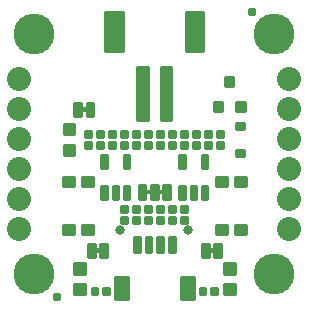
<source format=gts>
G04 EAGLE Gerber RS-274X export*
G75*
%MOMM*%
%FSLAX34Y34*%
%LPD*%
%INSoldermask Top*%
%IPPOS*%
%AMOC8*
5,1,8,0,0,1.08239X$1,22.5*%
G01*
%ADD10C,3.454400*%
%ADD11C,0.802400*%
%ADD12C,2.032000*%
%ADD13C,0.253525*%
%ADD14C,0.245334*%
%ADD15C,0.243431*%
%ADD16C,0.255816*%
%ADD17C,0.252862*%
%ADD18C,0.449434*%
%ADD19C,0.251966*%
%ADD20C,0.257147*%
%ADD21C,0.250366*%
%ADD22C,0.252575*%
%ADD23C,0.787400*%

G36*
X69280Y163207D02*
X69280Y163207D01*
X69346Y163209D01*
X69389Y163227D01*
X69436Y163235D01*
X69493Y163269D01*
X69553Y163294D01*
X69588Y163325D01*
X69629Y163350D01*
X69671Y163401D01*
X69719Y163445D01*
X69741Y163487D01*
X69770Y163524D01*
X69791Y163586D01*
X69822Y163645D01*
X69830Y163699D01*
X69842Y163736D01*
X69841Y163776D01*
X69849Y163830D01*
X69849Y166370D01*
X69838Y166435D01*
X69836Y166501D01*
X69818Y166544D01*
X69810Y166591D01*
X69776Y166648D01*
X69751Y166708D01*
X69720Y166743D01*
X69695Y166784D01*
X69644Y166826D01*
X69600Y166874D01*
X69558Y166896D01*
X69521Y166925D01*
X69459Y166946D01*
X69400Y166977D01*
X69346Y166985D01*
X69309Y166997D01*
X69269Y166996D01*
X69215Y167004D01*
X65405Y167004D01*
X65340Y166993D01*
X65274Y166991D01*
X65231Y166973D01*
X65184Y166965D01*
X65127Y166931D01*
X65067Y166906D01*
X65032Y166875D01*
X64991Y166850D01*
X64950Y166799D01*
X64901Y166755D01*
X64879Y166713D01*
X64850Y166676D01*
X64829Y166614D01*
X64798Y166555D01*
X64790Y166501D01*
X64778Y166464D01*
X64778Y166461D01*
X64779Y166424D01*
X64771Y166370D01*
X64771Y163830D01*
X64782Y163765D01*
X64784Y163699D01*
X64802Y163656D01*
X64810Y163609D01*
X64844Y163552D01*
X64869Y163492D01*
X64900Y163457D01*
X64925Y163416D01*
X64976Y163375D01*
X65020Y163326D01*
X65062Y163304D01*
X65099Y163275D01*
X65161Y163254D01*
X65220Y163223D01*
X65274Y163215D01*
X65311Y163203D01*
X65351Y163204D01*
X65405Y163196D01*
X69215Y163196D01*
X69280Y163207D01*
G37*
G36*
X134050Y93357D02*
X134050Y93357D01*
X134116Y93359D01*
X134159Y93377D01*
X134206Y93385D01*
X134263Y93419D01*
X134323Y93444D01*
X134358Y93475D01*
X134399Y93500D01*
X134441Y93551D01*
X134489Y93595D01*
X134511Y93637D01*
X134540Y93674D01*
X134561Y93736D01*
X134592Y93795D01*
X134600Y93849D01*
X134612Y93886D01*
X134611Y93926D01*
X134619Y93980D01*
X134619Y96520D01*
X134608Y96585D01*
X134606Y96651D01*
X134588Y96694D01*
X134580Y96741D01*
X134546Y96798D01*
X134521Y96858D01*
X134490Y96893D01*
X134465Y96934D01*
X134414Y96976D01*
X134370Y97024D01*
X134328Y97046D01*
X134291Y97075D01*
X134229Y97096D01*
X134170Y97127D01*
X134116Y97135D01*
X134079Y97147D01*
X134039Y97146D01*
X133985Y97154D01*
X130175Y97154D01*
X130110Y97143D01*
X130044Y97141D01*
X130001Y97123D01*
X129954Y97115D01*
X129897Y97081D01*
X129837Y97056D01*
X129802Y97025D01*
X129761Y97000D01*
X129720Y96949D01*
X129671Y96905D01*
X129649Y96863D01*
X129620Y96826D01*
X129599Y96764D01*
X129568Y96705D01*
X129560Y96651D01*
X129548Y96614D01*
X129548Y96611D01*
X129549Y96574D01*
X129541Y96520D01*
X129541Y93980D01*
X129552Y93915D01*
X129554Y93849D01*
X129572Y93806D01*
X129580Y93759D01*
X129614Y93702D01*
X129639Y93642D01*
X129670Y93607D01*
X129695Y93566D01*
X129746Y93525D01*
X129790Y93476D01*
X129832Y93454D01*
X129869Y93425D01*
X129931Y93404D01*
X129990Y93373D01*
X130044Y93365D01*
X130081Y93353D01*
X130121Y93354D01*
X130175Y93346D01*
X133985Y93346D01*
X134050Y93357D01*
G37*
G36*
X123890Y93357D02*
X123890Y93357D01*
X123956Y93359D01*
X123999Y93377D01*
X124046Y93385D01*
X124103Y93419D01*
X124163Y93444D01*
X124198Y93475D01*
X124239Y93500D01*
X124281Y93551D01*
X124329Y93595D01*
X124351Y93637D01*
X124380Y93674D01*
X124401Y93736D01*
X124432Y93795D01*
X124440Y93849D01*
X124452Y93886D01*
X124451Y93926D01*
X124459Y93980D01*
X124459Y96520D01*
X124448Y96585D01*
X124446Y96651D01*
X124428Y96694D01*
X124420Y96741D01*
X124386Y96798D01*
X124361Y96858D01*
X124330Y96893D01*
X124305Y96934D01*
X124254Y96976D01*
X124210Y97024D01*
X124168Y97046D01*
X124131Y97075D01*
X124069Y97096D01*
X124010Y97127D01*
X123956Y97135D01*
X123919Y97147D01*
X123879Y97146D01*
X123825Y97154D01*
X120015Y97154D01*
X119950Y97143D01*
X119884Y97141D01*
X119841Y97123D01*
X119794Y97115D01*
X119737Y97081D01*
X119677Y97056D01*
X119642Y97025D01*
X119601Y97000D01*
X119560Y96949D01*
X119511Y96905D01*
X119489Y96863D01*
X119460Y96826D01*
X119439Y96764D01*
X119408Y96705D01*
X119400Y96651D01*
X119388Y96614D01*
X119388Y96611D01*
X119389Y96574D01*
X119381Y96520D01*
X119381Y93980D01*
X119392Y93915D01*
X119394Y93849D01*
X119412Y93806D01*
X119420Y93759D01*
X119454Y93702D01*
X119479Y93642D01*
X119510Y93607D01*
X119535Y93566D01*
X119586Y93525D01*
X119630Y93476D01*
X119672Y93454D01*
X119709Y93425D01*
X119771Y93404D01*
X119830Y93373D01*
X119884Y93365D01*
X119921Y93353D01*
X119961Y93354D01*
X120015Y93346D01*
X123825Y93346D01*
X123890Y93357D01*
G37*
G36*
X80710Y43827D02*
X80710Y43827D01*
X80776Y43829D01*
X80819Y43847D01*
X80866Y43855D01*
X80923Y43889D01*
X80983Y43914D01*
X81018Y43945D01*
X81059Y43970D01*
X81101Y44021D01*
X81149Y44065D01*
X81171Y44107D01*
X81200Y44144D01*
X81221Y44206D01*
X81252Y44265D01*
X81260Y44319D01*
X81272Y44356D01*
X81271Y44396D01*
X81279Y44450D01*
X81279Y46990D01*
X81268Y47055D01*
X81266Y47121D01*
X81248Y47164D01*
X81240Y47211D01*
X81206Y47268D01*
X81181Y47328D01*
X81150Y47363D01*
X81125Y47404D01*
X81074Y47446D01*
X81030Y47494D01*
X80988Y47516D01*
X80951Y47545D01*
X80889Y47566D01*
X80830Y47597D01*
X80776Y47605D01*
X80739Y47617D01*
X80699Y47616D01*
X80645Y47624D01*
X76835Y47624D01*
X76770Y47613D01*
X76704Y47611D01*
X76661Y47593D01*
X76614Y47585D01*
X76557Y47551D01*
X76497Y47526D01*
X76462Y47495D01*
X76421Y47470D01*
X76380Y47419D01*
X76331Y47375D01*
X76309Y47333D01*
X76280Y47296D01*
X76259Y47234D01*
X76228Y47175D01*
X76220Y47121D01*
X76208Y47084D01*
X76208Y47081D01*
X76209Y47044D01*
X76201Y46990D01*
X76201Y44450D01*
X76212Y44385D01*
X76214Y44319D01*
X76232Y44276D01*
X76240Y44229D01*
X76274Y44172D01*
X76299Y44112D01*
X76330Y44077D01*
X76355Y44036D01*
X76406Y43995D01*
X76450Y43946D01*
X76492Y43924D01*
X76529Y43895D01*
X76591Y43874D01*
X76650Y43843D01*
X76704Y43835D01*
X76741Y43823D01*
X76781Y43824D01*
X76835Y43816D01*
X80645Y43816D01*
X80710Y43827D01*
G37*
G36*
X177230Y43827D02*
X177230Y43827D01*
X177296Y43829D01*
X177339Y43847D01*
X177386Y43855D01*
X177443Y43889D01*
X177503Y43914D01*
X177538Y43945D01*
X177579Y43970D01*
X177621Y44021D01*
X177669Y44065D01*
X177691Y44107D01*
X177720Y44144D01*
X177741Y44206D01*
X177772Y44265D01*
X177780Y44319D01*
X177792Y44356D01*
X177791Y44396D01*
X177799Y44450D01*
X177799Y46990D01*
X177788Y47055D01*
X177786Y47121D01*
X177768Y47164D01*
X177760Y47211D01*
X177726Y47268D01*
X177701Y47328D01*
X177670Y47363D01*
X177645Y47404D01*
X177594Y47446D01*
X177550Y47494D01*
X177508Y47516D01*
X177471Y47545D01*
X177409Y47566D01*
X177350Y47597D01*
X177296Y47605D01*
X177259Y47617D01*
X177219Y47616D01*
X177165Y47624D01*
X173355Y47624D01*
X173290Y47613D01*
X173224Y47611D01*
X173181Y47593D01*
X173134Y47585D01*
X173077Y47551D01*
X173017Y47526D01*
X172982Y47495D01*
X172941Y47470D01*
X172900Y47419D01*
X172851Y47375D01*
X172829Y47333D01*
X172800Y47296D01*
X172779Y47234D01*
X172748Y47175D01*
X172740Y47121D01*
X172728Y47084D01*
X172728Y47081D01*
X172729Y47044D01*
X172721Y46990D01*
X172721Y44450D01*
X172732Y44385D01*
X172734Y44319D01*
X172752Y44276D01*
X172760Y44229D01*
X172794Y44172D01*
X172819Y44112D01*
X172850Y44077D01*
X172875Y44036D01*
X172926Y43995D01*
X172970Y43946D01*
X173012Y43924D01*
X173049Y43895D01*
X173111Y43874D01*
X173170Y43843D01*
X173224Y43835D01*
X173261Y43823D01*
X173301Y43824D01*
X173355Y43816D01*
X177165Y43816D01*
X177230Y43827D01*
G37*
D10*
X228600Y25400D03*
X25400Y25400D03*
X25400Y228600D03*
X228600Y228600D03*
D11*
X155900Y63020D03*
X98100Y63020D03*
D12*
X241300Y190500D03*
X241300Y165100D03*
X241300Y139700D03*
X241300Y114300D03*
X241300Y88900D03*
X241300Y63500D03*
X12700Y190500D03*
X12700Y165100D03*
X12700Y139700D03*
X12700Y114300D03*
X12700Y88900D03*
X12700Y63500D03*
D13*
X112505Y156405D02*
X121495Y156405D01*
X112505Y156405D02*
X112505Y201395D01*
X121495Y201395D01*
X121495Y156405D01*
X121495Y158813D02*
X112505Y158813D01*
X112505Y161221D02*
X121495Y161221D01*
X121495Y163629D02*
X112505Y163629D01*
X112505Y166037D02*
X121495Y166037D01*
X121495Y168445D02*
X112505Y168445D01*
X112505Y170853D02*
X121495Y170853D01*
X121495Y173261D02*
X112505Y173261D01*
X112505Y175669D02*
X121495Y175669D01*
X121495Y178077D02*
X112505Y178077D01*
X112505Y180485D02*
X121495Y180485D01*
X121495Y182893D02*
X112505Y182893D01*
X112505Y185301D02*
X121495Y185301D01*
X121495Y187709D02*
X112505Y187709D01*
X112505Y190117D02*
X121495Y190117D01*
X121495Y192525D02*
X112505Y192525D01*
X112505Y194933D02*
X121495Y194933D01*
X121495Y197341D02*
X112505Y197341D01*
X112505Y199749D02*
X121495Y199749D01*
X132505Y156405D02*
X141495Y156405D01*
X132505Y156405D02*
X132505Y201395D01*
X141495Y201395D01*
X141495Y156405D01*
X141495Y158813D02*
X132505Y158813D01*
X132505Y161221D02*
X141495Y161221D01*
X141495Y163629D02*
X132505Y163629D01*
X132505Y166037D02*
X141495Y166037D01*
X141495Y168445D02*
X132505Y168445D01*
X132505Y170853D02*
X141495Y170853D01*
X141495Y173261D02*
X132505Y173261D01*
X132505Y175669D02*
X141495Y175669D01*
X141495Y178077D02*
X132505Y178077D01*
X132505Y180485D02*
X141495Y180485D01*
X141495Y182893D02*
X132505Y182893D01*
X132505Y185301D02*
X141495Y185301D01*
X141495Y187709D02*
X132505Y187709D01*
X132505Y190117D02*
X141495Y190117D01*
X141495Y192525D02*
X132505Y192525D01*
X132505Y194933D02*
X141495Y194933D01*
X141495Y197341D02*
X132505Y197341D01*
X132505Y199749D02*
X141495Y199749D01*
D14*
X100536Y214364D02*
X100536Y247436D01*
X100536Y214364D02*
X85464Y214364D01*
X85464Y247436D01*
X100536Y247436D01*
X100536Y216694D02*
X85464Y216694D01*
X85464Y219024D02*
X100536Y219024D01*
X100536Y221354D02*
X85464Y221354D01*
X85464Y223684D02*
X100536Y223684D01*
X100536Y226014D02*
X85464Y226014D01*
X85464Y228344D02*
X100536Y228344D01*
X100536Y230674D02*
X85464Y230674D01*
X85464Y233004D02*
X100536Y233004D01*
X100536Y235334D02*
X85464Y235334D01*
X85464Y237664D02*
X100536Y237664D01*
X100536Y239994D02*
X85464Y239994D01*
X85464Y242324D02*
X100536Y242324D01*
X100536Y244654D02*
X85464Y244654D01*
X85464Y246984D02*
X100536Y246984D01*
X168536Y247436D02*
X168536Y214364D01*
X153464Y214364D01*
X153464Y247436D01*
X168536Y247436D01*
X168536Y216694D02*
X153464Y216694D01*
X153464Y219024D02*
X168536Y219024D01*
X168536Y221354D02*
X153464Y221354D01*
X153464Y223684D02*
X168536Y223684D01*
X168536Y226014D02*
X153464Y226014D01*
X153464Y228344D02*
X168536Y228344D01*
X168536Y230674D02*
X153464Y230674D01*
X153464Y233004D02*
X168536Y233004D01*
X168536Y235334D02*
X153464Y235334D01*
X153464Y237664D02*
X168536Y237664D01*
X168536Y239994D02*
X153464Y239994D01*
X153464Y242324D02*
X168536Y242324D01*
X168536Y244654D02*
X153464Y244654D01*
X153464Y246984D02*
X168536Y246984D01*
D15*
X104545Y4505D02*
X93455Y4505D01*
X93455Y23595D01*
X104545Y23595D01*
X104545Y4505D01*
X104545Y6817D02*
X93455Y6817D01*
X93455Y9129D02*
X104545Y9129D01*
X104545Y11441D02*
X93455Y11441D01*
X93455Y13753D02*
X104545Y13753D01*
X104545Y16065D02*
X93455Y16065D01*
X93455Y18377D02*
X104545Y18377D01*
X104545Y20689D02*
X93455Y20689D01*
X93455Y23001D02*
X104545Y23001D01*
X149455Y4505D02*
X160545Y4505D01*
X149455Y4505D02*
X149455Y23595D01*
X160545Y23595D01*
X160545Y4505D01*
X160545Y6817D02*
X149455Y6817D01*
X149455Y9129D02*
X160545Y9129D01*
X160545Y11441D02*
X149455Y11441D01*
X149455Y13753D02*
X160545Y13753D01*
X160545Y16065D02*
X149455Y16065D01*
X149455Y18377D02*
X160545Y18377D01*
X160545Y20689D02*
X149455Y20689D01*
X149455Y23001D02*
X160545Y23001D01*
D16*
X114483Y44567D02*
X109517Y44567D01*
X109517Y57033D01*
X114483Y57033D01*
X114483Y44567D01*
X114483Y46997D02*
X109517Y46997D01*
X109517Y49427D02*
X114483Y49427D01*
X114483Y51857D02*
X109517Y51857D01*
X109517Y54287D02*
X114483Y54287D01*
X114483Y56717D02*
X109517Y56717D01*
X119517Y44567D02*
X124483Y44567D01*
X119517Y44567D02*
X119517Y57033D01*
X124483Y57033D01*
X124483Y44567D01*
X124483Y46997D02*
X119517Y46997D01*
X119517Y49427D02*
X124483Y49427D01*
X124483Y51857D02*
X119517Y51857D01*
X119517Y54287D02*
X124483Y54287D01*
X124483Y56717D02*
X119517Y56717D01*
X129517Y44567D02*
X134483Y44567D01*
X129517Y44567D02*
X129517Y57033D01*
X134483Y57033D01*
X134483Y44567D01*
X134483Y46997D02*
X129517Y46997D01*
X129517Y49427D02*
X134483Y49427D01*
X134483Y51857D02*
X129517Y51857D01*
X129517Y54287D02*
X134483Y54287D01*
X134483Y56717D02*
X129517Y56717D01*
X139517Y44567D02*
X144483Y44567D01*
X139517Y44567D02*
X139517Y57033D01*
X144483Y57033D01*
X144483Y44567D01*
X144483Y46997D02*
X139517Y46997D01*
X139517Y49427D02*
X144483Y49427D01*
X144483Y51857D02*
X139517Y51857D01*
X139517Y54287D02*
X144483Y54287D01*
X144483Y56717D02*
X139517Y56717D01*
D17*
X148272Y89451D02*
X152768Y89451D01*
X148272Y89451D02*
X148272Y100447D01*
X152768Y100447D01*
X152768Y89451D01*
X152768Y91854D02*
X148272Y91854D01*
X148272Y94257D02*
X152768Y94257D01*
X152768Y96660D02*
X148272Y96660D01*
X148272Y99063D02*
X152768Y99063D01*
X157772Y89451D02*
X162268Y89451D01*
X157772Y89451D02*
X157772Y100447D01*
X162268Y100447D01*
X162268Y89451D01*
X162268Y91854D02*
X157772Y91854D01*
X157772Y94257D02*
X162268Y94257D01*
X162268Y96660D02*
X157772Y96660D01*
X157772Y99063D02*
X162268Y99063D01*
X167272Y89451D02*
X171768Y89451D01*
X167272Y89451D02*
X167272Y100447D01*
X171768Y100447D01*
X171768Y89451D01*
X171768Y91854D02*
X167272Y91854D01*
X167272Y94257D02*
X171768Y94257D01*
X171768Y96660D02*
X167272Y96660D01*
X167272Y99063D02*
X171768Y99063D01*
X171768Y115453D02*
X167272Y115453D01*
X167272Y126449D01*
X171768Y126449D01*
X171768Y115453D01*
X171768Y117856D02*
X167272Y117856D01*
X167272Y120259D02*
X171768Y120259D01*
X171768Y122662D02*
X167272Y122662D01*
X167272Y125065D02*
X171768Y125065D01*
X152768Y115453D02*
X148272Y115453D01*
X148272Y126449D01*
X152768Y126449D01*
X152768Y115453D01*
X152768Y117856D02*
X148272Y117856D01*
X148272Y120259D02*
X152768Y120259D01*
X152768Y122662D02*
X148272Y122662D01*
X148272Y125065D02*
X152768Y125065D01*
D18*
X186985Y16335D02*
X194015Y16335D01*
X194015Y9305D01*
X186985Y9305D01*
X186985Y16335D01*
X186985Y13574D02*
X194015Y13574D01*
X194015Y33875D02*
X186985Y33875D01*
X194015Y33875D02*
X194015Y26845D01*
X186985Y26845D01*
X186985Y33875D01*
X186985Y31114D02*
X194015Y31114D01*
X67015Y16335D02*
X59985Y16335D01*
X67015Y16335D02*
X67015Y9305D01*
X59985Y9305D01*
X59985Y16335D01*
X59985Y13574D02*
X67015Y13574D01*
X67015Y33875D02*
X59985Y33875D01*
X67015Y33875D02*
X67015Y26845D01*
X59985Y26845D01*
X59985Y33875D01*
X59985Y31114D02*
X67015Y31114D01*
D16*
X165237Y8947D02*
X170203Y8947D01*
X165237Y8947D02*
X165237Y13913D01*
X170203Y13913D01*
X170203Y8947D01*
X170203Y11377D02*
X165237Y11377D01*
X165237Y13807D02*
X170203Y13807D01*
X175237Y8947D02*
X180203Y8947D01*
X175237Y8947D02*
X175237Y13913D01*
X180203Y13913D01*
X180203Y8947D01*
X180203Y11377D02*
X175237Y11377D01*
X175237Y13807D02*
X180203Y13807D01*
X88763Y13913D02*
X83797Y13913D01*
X88763Y13913D02*
X88763Y8947D01*
X83797Y8947D01*
X83797Y13913D01*
X83797Y11377D02*
X88763Y11377D01*
X88763Y13807D02*
X83797Y13807D01*
X78763Y13913D02*
X73797Y13913D01*
X78763Y13913D02*
X78763Y8947D01*
X73797Y8947D01*
X73797Y13913D01*
X73797Y11377D02*
X78763Y11377D01*
X78763Y13807D02*
X73797Y13807D01*
D19*
X177663Y51572D02*
X183271Y51572D01*
X183271Y39868D01*
X177663Y39868D01*
X177663Y51572D01*
X177663Y42262D02*
X183271Y42262D01*
X183271Y44656D02*
X177663Y44656D01*
X177663Y47050D02*
X183271Y47050D01*
X183271Y49444D02*
X177663Y49444D01*
X172857Y51572D02*
X167249Y51572D01*
X172857Y51572D02*
X172857Y39868D01*
X167249Y39868D01*
X167249Y51572D01*
X167249Y42262D02*
X172857Y42262D01*
X172857Y44656D02*
X167249Y44656D01*
X167249Y47050D02*
X172857Y47050D01*
X172857Y49444D02*
X167249Y49444D01*
D17*
X86728Y89451D02*
X82232Y89451D01*
X82232Y100447D01*
X86728Y100447D01*
X86728Y89451D01*
X86728Y91854D02*
X82232Y91854D01*
X82232Y94257D02*
X86728Y94257D01*
X86728Y96660D02*
X82232Y96660D01*
X82232Y99063D02*
X86728Y99063D01*
X91732Y89451D02*
X96228Y89451D01*
X91732Y89451D02*
X91732Y100447D01*
X96228Y100447D01*
X96228Y89451D01*
X96228Y91854D02*
X91732Y91854D01*
X91732Y94257D02*
X96228Y94257D01*
X96228Y96660D02*
X91732Y96660D01*
X91732Y99063D02*
X96228Y99063D01*
X101232Y89451D02*
X105728Y89451D01*
X101232Y89451D02*
X101232Y100447D01*
X105728Y100447D01*
X105728Y89451D01*
X105728Y91854D02*
X101232Y91854D01*
X101232Y94257D02*
X105728Y94257D01*
X105728Y96660D02*
X101232Y96660D01*
X101232Y99063D02*
X105728Y99063D01*
X105728Y115453D02*
X101232Y115453D01*
X101232Y126449D01*
X105728Y126449D01*
X105728Y115453D01*
X105728Y117856D02*
X101232Y117856D01*
X101232Y120259D02*
X105728Y120259D01*
X105728Y122662D02*
X101232Y122662D01*
X101232Y125065D02*
X105728Y125065D01*
X86728Y115453D02*
X82232Y115453D01*
X82232Y126449D01*
X86728Y126449D01*
X86728Y115453D01*
X86728Y117856D02*
X82232Y117856D01*
X82232Y120259D02*
X86728Y120259D01*
X86728Y122662D02*
X82232Y122662D01*
X82232Y125065D02*
X86728Y125065D01*
D16*
X124403Y73683D02*
X124403Y68717D01*
X119437Y68717D01*
X119437Y73683D01*
X124403Y73683D01*
X124403Y71147D02*
X119437Y71147D01*
X119437Y73577D02*
X124403Y73577D01*
X124403Y78717D02*
X124403Y83683D01*
X124403Y78717D02*
X119437Y78717D01*
X119437Y83683D01*
X124403Y83683D01*
X124403Y81147D02*
X119437Y81147D01*
X119437Y83577D02*
X124403Y83577D01*
X129597Y83683D02*
X129597Y78717D01*
X129597Y83683D02*
X134563Y83683D01*
X134563Y78717D01*
X129597Y78717D01*
X129597Y81147D02*
X134563Y81147D01*
X134563Y83577D02*
X129597Y83577D01*
X129597Y73683D02*
X129597Y68717D01*
X129597Y73683D02*
X134563Y73683D01*
X134563Y68717D01*
X129597Y68717D01*
X129597Y71147D02*
X134563Y71147D01*
X134563Y73577D02*
X129597Y73577D01*
D19*
X134610Y101102D02*
X140218Y101102D01*
X140218Y89398D01*
X134610Y89398D01*
X134610Y101102D01*
X134610Y91792D02*
X140218Y91792D01*
X140218Y94186D02*
X134610Y94186D01*
X134610Y96580D02*
X140218Y96580D01*
X140218Y98974D02*
X134610Y98974D01*
X129804Y101102D02*
X124196Y101102D01*
X129804Y101102D02*
X129804Y89398D01*
X124196Y89398D01*
X124196Y101102D01*
X124196Y91792D02*
X129804Y91792D01*
X129804Y94186D02*
X124196Y94186D01*
X124196Y96580D02*
X129804Y96580D01*
X129804Y98974D02*
X124196Y98974D01*
X119390Y101102D02*
X113782Y101102D01*
X119390Y101102D02*
X119390Y89398D01*
X113782Y89398D01*
X113782Y101102D01*
X113782Y91792D02*
X119390Y91792D01*
X119390Y94186D02*
X113782Y94186D01*
X113782Y96580D02*
X119390Y96580D01*
X119390Y98974D02*
X113782Y98974D01*
X86751Y51572D02*
X81143Y51572D01*
X86751Y51572D02*
X86751Y39868D01*
X81143Y39868D01*
X81143Y51572D01*
X81143Y42262D02*
X86751Y42262D01*
X86751Y44656D02*
X81143Y44656D01*
X81143Y47050D02*
X86751Y47050D01*
X86751Y49444D02*
X81143Y49444D01*
X76337Y51572D02*
X70729Y51572D01*
X76337Y51572D02*
X76337Y39868D01*
X70729Y39868D01*
X70729Y51572D01*
X70729Y42262D02*
X76337Y42262D01*
X76337Y44656D02*
X70729Y44656D01*
X70729Y47050D02*
X76337Y47050D01*
X76337Y49444D02*
X70729Y49444D01*
D16*
X109277Y78717D02*
X109277Y83683D01*
X114243Y83683D01*
X114243Y78717D01*
X109277Y78717D01*
X109277Y81147D02*
X114243Y81147D01*
X114243Y83577D02*
X109277Y83577D01*
X109277Y73683D02*
X109277Y68717D01*
X109277Y73683D02*
X114243Y73683D01*
X114243Y68717D01*
X109277Y68717D01*
X109277Y71147D02*
X114243Y71147D01*
X114243Y73577D02*
X109277Y73577D01*
X139757Y78717D02*
X139757Y83683D01*
X144723Y83683D01*
X144723Y78717D01*
X139757Y78717D01*
X139757Y81147D02*
X144723Y81147D01*
X144723Y83577D02*
X139757Y83577D01*
X139757Y73683D02*
X139757Y68717D01*
X139757Y73683D02*
X144723Y73683D01*
X144723Y68717D01*
X139757Y68717D01*
X139757Y71147D02*
X144723Y71147D01*
X144723Y73577D02*
X139757Y73577D01*
X154883Y132217D02*
X154883Y137183D01*
X154883Y132217D02*
X149917Y132217D01*
X149917Y137183D01*
X154883Y137183D01*
X154883Y134647D02*
X149917Y134647D01*
X149917Y137077D02*
X154883Y137077D01*
X154883Y142217D02*
X154883Y147183D01*
X154883Y142217D02*
X149917Y142217D01*
X149917Y147183D01*
X154883Y147183D01*
X154883Y144647D02*
X149917Y144647D01*
X149917Y147077D02*
X154883Y147077D01*
X144723Y137183D02*
X144723Y132217D01*
X139757Y132217D01*
X139757Y137183D01*
X144723Y137183D01*
X144723Y134647D02*
X139757Y134647D01*
X139757Y137077D02*
X144723Y137077D01*
X144723Y142217D02*
X144723Y147183D01*
X144723Y142217D02*
X139757Y142217D01*
X139757Y147183D01*
X144723Y147183D01*
X144723Y144647D02*
X139757Y144647D01*
X139757Y147077D02*
X144723Y147077D01*
X93923Y137183D02*
X93923Y132217D01*
X88957Y132217D01*
X88957Y137183D01*
X93923Y137183D01*
X93923Y134647D02*
X88957Y134647D01*
X88957Y137077D02*
X93923Y137077D01*
X93923Y142217D02*
X93923Y147183D01*
X93923Y142217D02*
X88957Y142217D01*
X88957Y147183D01*
X93923Y147183D01*
X93923Y144647D02*
X88957Y144647D01*
X88957Y147077D02*
X93923Y147077D01*
X104083Y137183D02*
X104083Y132217D01*
X99117Y132217D01*
X99117Y137183D01*
X104083Y137183D01*
X104083Y134647D02*
X99117Y134647D01*
X99117Y137077D02*
X104083Y137077D01*
X104083Y142217D02*
X104083Y147183D01*
X104083Y142217D02*
X99117Y142217D01*
X99117Y147183D01*
X104083Y147183D01*
X104083Y144647D02*
X99117Y144647D01*
X99117Y147077D02*
X104083Y147077D01*
X180397Y147183D02*
X180397Y142217D01*
X180397Y147183D02*
X185363Y147183D01*
X185363Y142217D01*
X180397Y142217D01*
X180397Y144647D02*
X185363Y144647D01*
X185363Y147077D02*
X180397Y147077D01*
X180397Y137183D02*
X180397Y132217D01*
X180397Y137183D02*
X185363Y137183D01*
X185363Y132217D01*
X180397Y132217D01*
X180397Y134647D02*
X185363Y134647D01*
X185363Y137077D02*
X180397Y137077D01*
X160077Y142217D02*
X160077Y147183D01*
X165043Y147183D01*
X165043Y142217D01*
X160077Y142217D01*
X160077Y144647D02*
X165043Y144647D01*
X165043Y147077D02*
X160077Y147077D01*
X160077Y137183D02*
X160077Y132217D01*
X160077Y137183D02*
X165043Y137183D01*
X165043Y132217D01*
X160077Y132217D01*
X160077Y134647D02*
X165043Y134647D01*
X165043Y137077D02*
X160077Y137077D01*
D20*
X177523Y163823D02*
X184477Y163823D01*
X177523Y163823D02*
X177523Y171777D01*
X184477Y171777D01*
X184477Y163823D01*
X184477Y166265D02*
X177523Y166265D01*
X177523Y168707D02*
X184477Y168707D01*
X184477Y171149D02*
X177523Y171149D01*
X196523Y163823D02*
X203477Y163823D01*
X196523Y163823D02*
X196523Y171777D01*
X203477Y171777D01*
X203477Y163823D01*
X203477Y166265D02*
X196523Y166265D01*
X196523Y168707D02*
X203477Y168707D01*
X203477Y171149D02*
X196523Y171149D01*
X193977Y184823D02*
X187023Y184823D01*
X187023Y192777D01*
X193977Y192777D01*
X193977Y184823D01*
X193977Y187265D02*
X187023Y187265D01*
X187023Y189707D02*
X193977Y189707D01*
X193977Y192149D02*
X187023Y192149D01*
D21*
X203050Y130860D02*
X203050Y125540D01*
X195730Y125540D01*
X195730Y130860D01*
X203050Y130860D01*
X203050Y127919D02*
X195730Y127919D01*
X195730Y130298D02*
X203050Y130298D01*
X203050Y148540D02*
X203050Y153860D01*
X203050Y148540D02*
X195730Y148540D01*
X195730Y153860D01*
X203050Y153860D01*
X203050Y150919D02*
X195730Y150919D01*
X195730Y153298D02*
X203050Y153298D01*
D16*
X78797Y147183D02*
X78797Y142217D01*
X78797Y147183D02*
X83763Y147183D01*
X83763Y142217D01*
X78797Y142217D01*
X78797Y144647D02*
X83763Y144647D01*
X83763Y147077D02*
X78797Y147077D01*
X78797Y137183D02*
X78797Y132217D01*
X78797Y137183D02*
X83763Y137183D01*
X83763Y132217D01*
X78797Y132217D01*
X78797Y134647D02*
X83763Y134647D01*
X83763Y137077D02*
X78797Y137077D01*
D19*
X64907Y159248D02*
X59299Y159248D01*
X59299Y170952D01*
X64907Y170952D01*
X64907Y159248D01*
X64907Y161642D02*
X59299Y161642D01*
X59299Y164036D02*
X64907Y164036D01*
X64907Y166430D02*
X59299Y166430D01*
X59299Y168824D02*
X64907Y168824D01*
X69713Y159248D02*
X75321Y159248D01*
X69713Y159248D02*
X69713Y170952D01*
X75321Y170952D01*
X75321Y159248D01*
X75321Y161642D02*
X69713Y161642D01*
X69713Y164036D02*
X75321Y164036D01*
X75321Y166430D02*
X69713Y166430D01*
X69713Y168824D02*
X75321Y168824D01*
D18*
X58125Y134445D02*
X51095Y134445D01*
X58125Y134445D02*
X58125Y127415D01*
X51095Y127415D01*
X51095Y134445D01*
X51095Y131684D02*
X58125Y131684D01*
X58125Y151985D02*
X51095Y151985D01*
X58125Y151985D02*
X58125Y144955D01*
X51095Y144955D01*
X51095Y151985D01*
X51095Y149224D02*
X58125Y149224D01*
D16*
X68637Y147183D02*
X68637Y142217D01*
X68637Y147183D02*
X73603Y147183D01*
X73603Y142217D01*
X68637Y142217D01*
X68637Y144647D02*
X73603Y144647D01*
X73603Y147077D02*
X68637Y147077D01*
X68637Y137183D02*
X68637Y132217D01*
X68637Y137183D02*
X73603Y137183D01*
X73603Y132217D01*
X68637Y132217D01*
X68637Y134647D02*
X73603Y134647D01*
X73603Y137077D02*
X68637Y137077D01*
D22*
X188269Y108319D02*
X188269Y100321D01*
X179271Y100321D01*
X179271Y108319D01*
X188269Y108319D01*
X188269Y102721D02*
X179271Y102721D01*
X179271Y105121D02*
X188269Y105121D01*
X188269Y107521D02*
X179271Y107521D01*
X204269Y108319D02*
X204269Y100321D01*
X195271Y100321D01*
X195271Y108319D01*
X204269Y108319D01*
X204269Y102721D02*
X195271Y102721D01*
X195271Y105121D02*
X204269Y105121D01*
X204269Y107521D02*
X195271Y107521D01*
X204269Y67319D02*
X204269Y59321D01*
X195271Y59321D01*
X195271Y67319D01*
X204269Y67319D01*
X204269Y61721D02*
X195271Y61721D01*
X195271Y64121D02*
X204269Y64121D01*
X204269Y66521D02*
X195271Y66521D01*
X188269Y67319D02*
X188269Y59321D01*
X179271Y59321D01*
X179271Y67319D01*
X188269Y67319D01*
X188269Y61721D02*
X179271Y61721D01*
X179271Y64121D02*
X188269Y64121D01*
X188269Y66521D02*
X179271Y66521D01*
X65731Y67319D02*
X65731Y59321D01*
X65731Y67319D02*
X74729Y67319D01*
X74729Y59321D01*
X65731Y59321D01*
X65731Y61721D02*
X74729Y61721D01*
X74729Y64121D02*
X65731Y64121D01*
X65731Y66521D02*
X74729Y66521D01*
X49731Y67319D02*
X49731Y59321D01*
X49731Y67319D02*
X58729Y67319D01*
X58729Y59321D01*
X49731Y59321D01*
X49731Y61721D02*
X58729Y61721D01*
X58729Y64121D02*
X49731Y64121D01*
X49731Y66521D02*
X58729Y66521D01*
X49731Y100321D02*
X49731Y108319D01*
X58729Y108319D01*
X58729Y100321D01*
X49731Y100321D01*
X49731Y102721D02*
X58729Y102721D01*
X58729Y105121D02*
X49731Y105121D01*
X49731Y107521D02*
X58729Y107521D01*
X65731Y108319D02*
X65731Y100321D01*
X65731Y108319D02*
X74729Y108319D01*
X74729Y100321D01*
X65731Y100321D01*
X65731Y102721D02*
X74729Y102721D01*
X74729Y105121D02*
X65731Y105121D01*
X65731Y107521D02*
X74729Y107521D01*
D16*
X175203Y132217D02*
X175203Y137183D01*
X175203Y132217D02*
X170237Y132217D01*
X170237Y137183D01*
X175203Y137183D01*
X175203Y134647D02*
X170237Y134647D01*
X170237Y137077D02*
X175203Y137077D01*
X175203Y142217D02*
X175203Y147183D01*
X175203Y142217D02*
X170237Y142217D01*
X170237Y147183D01*
X175203Y147183D01*
X175203Y144647D02*
X170237Y144647D01*
X170237Y147077D02*
X175203Y147077D01*
X149917Y83683D02*
X149917Y78717D01*
X149917Y83683D02*
X154883Y83683D01*
X154883Y78717D01*
X149917Y78717D01*
X149917Y81147D02*
X154883Y81147D01*
X154883Y83577D02*
X149917Y83577D01*
X149917Y73683D02*
X149917Y68717D01*
X149917Y73683D02*
X154883Y73683D01*
X154883Y68717D01*
X149917Y68717D01*
X149917Y71147D02*
X154883Y71147D01*
X154883Y73577D02*
X149917Y73577D01*
X99117Y78717D02*
X99117Y83683D01*
X104083Y83683D01*
X104083Y78717D01*
X99117Y78717D01*
X99117Y81147D02*
X104083Y81147D01*
X104083Y83577D02*
X99117Y83577D01*
X99117Y73683D02*
X99117Y68717D01*
X99117Y73683D02*
X104083Y73683D01*
X104083Y68717D01*
X99117Y68717D01*
X99117Y71147D02*
X104083Y71147D01*
X104083Y73577D02*
X99117Y73577D01*
X109277Y142217D02*
X109277Y147183D01*
X114243Y147183D01*
X114243Y142217D01*
X109277Y142217D01*
X109277Y144647D02*
X114243Y144647D01*
X114243Y147077D02*
X109277Y147077D01*
X109277Y137183D02*
X109277Y132217D01*
X109277Y137183D02*
X114243Y137183D01*
X114243Y132217D01*
X109277Y132217D01*
X109277Y134647D02*
X114243Y134647D01*
X114243Y137077D02*
X109277Y137077D01*
D23*
X209550Y247650D03*
X44450Y6350D03*
D16*
X134563Y132217D02*
X134563Y137183D01*
X134563Y132217D02*
X129597Y132217D01*
X129597Y137183D01*
X134563Y137183D01*
X134563Y134647D02*
X129597Y134647D01*
X129597Y137077D02*
X134563Y137077D01*
X134563Y142217D02*
X134563Y147183D01*
X134563Y142217D02*
X129597Y142217D01*
X129597Y147183D01*
X134563Y147183D01*
X134563Y144647D02*
X129597Y144647D01*
X129597Y147077D02*
X134563Y147077D01*
X119437Y147183D02*
X119437Y142217D01*
X119437Y147183D02*
X124403Y147183D01*
X124403Y142217D01*
X119437Y142217D01*
X119437Y144647D02*
X124403Y144647D01*
X124403Y147077D02*
X119437Y147077D01*
X119437Y137183D02*
X119437Y132217D01*
X119437Y137183D02*
X124403Y137183D01*
X124403Y132217D01*
X119437Y132217D01*
X119437Y134647D02*
X124403Y134647D01*
X124403Y137077D02*
X119437Y137077D01*
M02*

</source>
